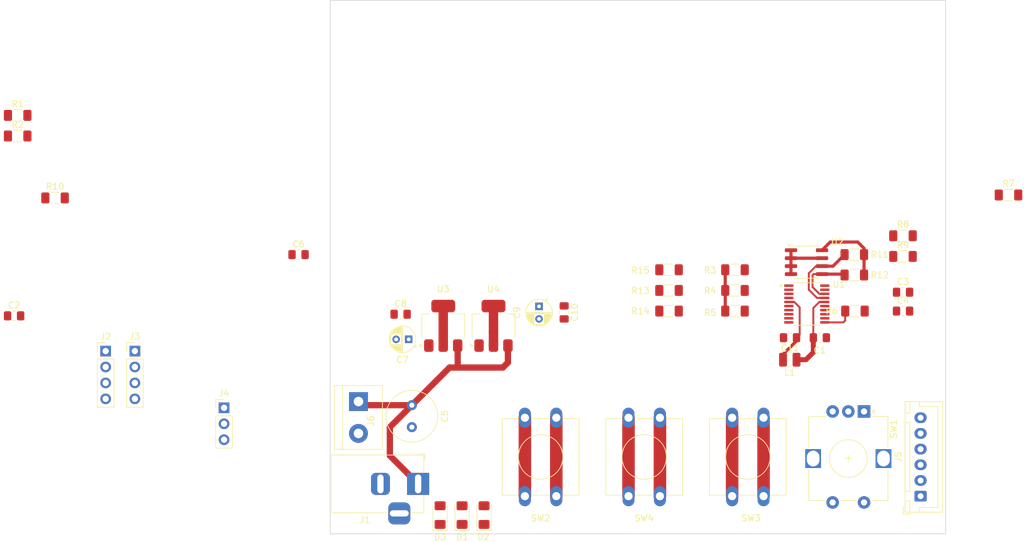
<source format=kicad_pcb>
(kicad_pcb (version 20240108) (generator "pcbnew") (generator_version "8.0")
  (layers (0 "F.Cu" signal) (31 "B.Cu" signal) (34 "B.Paste" user) (35 "F.Paste" user) (36 "B.SilkS" user "B.Silkscreen") (37 "F.SilkS" user "F.Silkscreen") (38 "B.Mask" user) (39 "F.Mask" user) (44 "Edge.Cuts" user))
  (net 0 "")
  (net 1 "GND")
  (net 2 "+3.3V")
  (net 3 "/RESET")
  (net 4 "/ENC_A")
  (net 5 "/ENC_B")
  (net 6 "+12V")
  (net 7 "+5V")
  (net 8 "+3.3VADC")
  (net 9 "Net-(D1-A)")
  (net 10 "Net-(D2-A)")
  (net 11 "Net-(D3-A)")
  (net 12 "/I2C_SDA")
  (net 13 "/I2C_SCL")
  (net 14 "/SWCLK")
  (net 15 "/SWDIO")
  (net 16 "/USART_TX")
  (net 17 "/USART_RX")
  (net 18 "/WOE")
  (net 19 "/~{WOE}")
  (net 20 "Net-(R1-Pad2)")
  (net 21 "Net-(R2-Pad2)")
  (net 22 "/ENC_BTN")
  (net 23 "/BTN1")
  (net 24 "/BTN2")
  (net 25 "/BTN3")
  (net 26 "Net-(U1-BOOT0)")
  (net 27 "/LED_Y")
  (footprint "Package_SO:TSSOP-20_4.4x6.5mm_P0.65mm" (layer "F.Cu") (at 225.8875 88.375)
    (property "Reference" "U1" (at 5.1125 -3.125 0) (layer "F.SilkS"))
    (property "Value" "STM32F030F4Px")
    (pad "1" smd roundrect (at -2.8625 -2.925) (size 1.475 0.4) (layers "F.Cu" "F.Paste" "F.Mask") (net 26 "Net-(U1-BOOT0)"))
    (pad "2" smd roundrect (at -2.8625 -2.275) (size 1.475 0.4) (layers "F.Cu" "F.Paste" "F.Mask") (net 27 "/LED_Y"))
    (pad "3" smd roundrect (at -2.8625 -1.625) (size 1.475 0.4) (layers "F.Cu" "F.Paste" "F.Mask") (net 19 "/~{WOE}"))
    (pad "4" smd roundrect (at -2.8625 -0.975) (size 1.475 0.4) (layers "F.Cu" "F.Paste" "F.Mask") (net 3 "/RESET"))
    (pad "5" smd roundrect (at -2.8625 -0.325) (size 1.475 0.4) (layers "F.Cu" "F.Paste" "F.Mask") (net 8 "+3.3VADC"))
    (pad "6" smd roundrect (at -2.8625 0.325) (size 1.475 0.4) (layers "F.Cu" "F.Paste" "F.Mask") (net 22 "/ENC_BTN"))
    (pad "7" smd roundrect (at -2.8625 0.975) (size 1.475 0.4) (layers "F.Cu" "F.Paste" "F.Mask") (net 23 "/BTN1"))
    (pad "8" smd roundrect (at -2.8625 1.625) (size 1.475 0.4) (layers "F.Cu" "F.Paste" "F.Mask") (net 16 "/USART_TX"))
    (pad "9" smd roundrect (at -2.8625 2.275) (size 1.475 0.4) (layers "F.Cu" "F.Paste" "F.Mask") (net 17 "/USART_RX"))
    (pad "10" smd roundrect (at -2.8625 2.925) (size 1.475 0.4) (layers "F.Cu" "F.Paste" "F.Mask") (net 24 "/BTN2"))
    (pad "11" smd roundrect (at 2.8625 2.925) (size 1.475 0.4) (layers "F.Cu" "F.Paste" "F.Mask") (net 25 "/BTN3"))
    (pad "12" smd roundrect (at 2.8625 2.275) (size 1.475 0.4) (layers "F.Cu" "F.Paste" "F.Mask") (net 4 "/ENC_A"))
    (pad "13" smd roundrect (at 2.8625 1.625) (size 1.475 0.4) (layers "F.Cu" "F.Paste" "F.Mask") (net 5 "/ENC_B"))
    (pad "14" smd roundrect (at 2.8625 0.975) (size 1.475 0.4) (layers "F.Cu" "F.Paste" "F.Mask") (net 18 "/WOE"))
    (pad "15" smd roundrect (at 2.8625 0.325) (size 1.475 0.4) (layers "F.Cu" "F.Paste" "F.Mask") (net 1 "GND"))
    (pad "16" smd roundrect (at 2.8625 -0.325) (size 1.475 0.4) (layers "F.Cu" "F.Paste" "F.Mask") (net 2 "+3.3V"))
    (pad "17" smd roundrect (at 2.8625 -0.975) (size 1.475 0.4) (layers "F.Cu" "F.Paste" "F.Mask") (net 13 "/I2C_SCL"))
    (pad "18" smd roundrect (at 2.8625 -1.625) (size 1.475 0.4) (layers "F.Cu" "F.Paste" "F.Mask") (net 12 "/I2C_SDA"))
    (pad "19" smd roundrect (at 2.8625 -2.275) (size 1.475 0.4) (layers "F.Cu" "F.Paste" "F.Mask") (net 15 "/SWDIO"))
    (pad "20" smd roundrect (at 2.8625 -2.925) (size 1.475 0.4) (layers "F.Cu" "F.Paste" "F.Mask") (net 14 "/SWCLK"))
  )
  (footprint "Button_Switch_THT:SW_PUSH-12mm" (layer "F.Cu") (at 214 119 90)
    (property "Reference" "SW3" (at -3.5 3 180) (layer "F.SilkS"))
    (property "Value" "SW_Push")
    (pad "1" thru_hole oval (at 0 0 90) (size 3.2 1.9) (drill 1.3) (layers "*.Cu" "*.Mask") (net 24 "/BTN2"))
    (pad "1" thru_hole oval (at 12.5 0 90) (size 3.2 1.9) (drill 1.3) (layers "*.Cu" "*.Mask") (net 24 "/BTN2"))
    (pad "2" thru_hole oval (at 0 5 90) (size 3.2 1.9) (drill 1.3) (layers "*.Cu" "*.Mask") (net 1 "GND"))
    (pad "2" thru_hole oval (at 12.5 5 90) (size 3.2 1.9) (drill 1.3) (layers "*.Cu" "*.Mask") (net 1 "GND"))
  )
  (footprint "Inductor_SMD:L_1008_2520Metric" (layer "F.Cu") (at 223.175 97.25 180)
    (property "Reference" "L1" (at 0 -2.05 360) (layer "F.SilkS"))
    (property "Value" "150u")
    (pad "1" smd roundrect (at -1.075 0 180) (size 1.25 2.2) (layers "F.Cu" "F.Paste" "F.Mask") (roundrect_rratio 0.2) (net 2 "+3.3V"))
    (pad "2" smd roundrect (at 1.075 0 180) (size 1.25 2.2) (layers "F.Cu" "F.Paste" "F.Mask") (roundrect_rratio 0.2) (net 8 "+3.3VADC"))
  )
  (footprint "Rotary_Encoder:RotaryEncoder_Alps_EC12E-Switch_Vertical_H20mm" (layer "F.Cu") (at 235 105.5 -90)
    (property "Reference" "SW1" (at 2.8 -4.7 90) (layer "F.SilkS"))
    (property "Value" "~")
    (pad "A" thru_hole rect (at 0 0 270) (size 2 2) (drill 1) (layers "*.Cu" "*.Mask") (net 20 "Net-(R1-Pad2)"))
    (pad "B" thru_hole circle (at 0 5 270) (size 2 2) (drill 1) (layers "*.Cu" "*.Mask") (net 21 "Net-(R2-Pad2)"))
    (pad "C" thru_hole circle (at 0 2.5 270) (size 2 2) (drill 1) (layers "*.Cu" "*.Mask") (net 1 "GND"))
    (pad "MP" thru_hole rect (at 7.5 -3.1 270) (size 3 2.5) (drill oval 2.5 2) (layers "*.Cu" "*.Mask"))
    (pad "MP" thru_hole rect (at 7.5 8.1 270) (size 3 2.5) (drill oval 2.5 2) (layers "*.Cu" "*.Mask"))
    (pad "S1" thru_hole circle (at 14.5 0 270) (size 2 2) (drill 1) (layers "*.Cu" "*.Mask") (net 22 "/ENC_BTN"))
    (pad "S2" thru_hole circle (at 14.5 5 270) (size 2 2) (drill 1) (layers "*.Cu" "*.Mask") (net 1 "GND"))
  )
  (footprint "Resistor_SMD:R_1206_3216Metric_Pad1.30x1.75mm_HandSolder" (layer "F.Cu") (at 106.19 71.47)
    (property "Reference" "R10" (at 0 -1.82 0) (layer "F.SilkS"))
    (property "Value" "10k")
    (pad "1" smd roundrect (at -1.55 0) (size 1.3 1.75) (layers "F.Cu" "F.Paste" "F.Mask") (roundrect_rratio 0.192308) (net 26 "Net-(U1-BOOT0)"))
    (pad "2" smd roundrect (at 1.55 0) (size 1.3 1.75) (layers "F.Cu" "F.Paste" "F.Mask") (roundrect_rratio 0.192308) (net 1 "GND"))
  )
  (footprint "Capacitor_SMD:C_0805_2012Metric_Pad1.18x1.45mm_HandSolder" (layer "F.Cu") (at 241.2125 89.5)
    (property "Reference" "C4" (at 0 -1.68 0) (layer "F.SilkS"))
    (property "Value" "0.47u")
    (pad "1" smd roundrect (at -1.0375 0) (size 1.175 1.45) (layers "F.Cu" "F.Paste" "F.Mask") (roundrect_rratio 0.212766) (net 5 "/ENC_B"))
    (pad "2" smd roundrect (at 1.0375 0) (size 1.175 1.45) (layers "F.Cu" "F.Paste" "F.Mask") (roundrect_rratio 0.212766) (net 1 "GND"))
  )
  (footprint "Capacitor_THT:CP_Radial_D4.0mm_P2.00mm" (layer "F.Cu") (at 183.25 88.75 -90)
    (property "Reference" "C9" (at 1 3.5 90) (layer "F.SilkS"))
    (property "Value" "100u")
    (pad "1" thru_hole rect (at 0 0 270) (size 1.2 1.2) (drill 0.6) (layers "*.Cu" "*.Mask") (net 2 "+3.3V"))
    (pad "2" thru_hole circle (at 2 0 270) (size 1.2 1.2) (drill 0.6) (layers "*.Cu" "*.Mask") (net 1 "GND"))
  )
  (footprint "Capacitor_SMD:C_0805_2012Metric_Pad1.18x1.45mm_HandSolder" (layer "F.Cu") (at 223.2125 93.75 180)
    (property "Reference" "C11" (at 0 -1.68 360) (layer "F.SilkS"))
    (property "Value" "0.1u")
    (pad "1" smd roundrect (at -1.0375 0 180) (size 1.175 1.45) (layers "F.Cu" "F.Paste" "F.Mask") (roundrect_rratio 0.212766) (net 8 "+3.3VADC"))
    (pad "2" smd roundrect (at 1.0375 0 180) (size 1.175 1.45) (layers "F.Cu" "F.Paste" "F.Mask") (roundrect_rratio 0.212766) (net 1 "GND"))
  )
  (footprint "Connector_BarrelJack:BarrelJack_Horizontal" (layer "F.Cu") (at 164 117.0425)
    (property "Reference" "J1" (at -8.45 5.75 0) (layer "F.SilkS"))
    (property "Value" "Supply")
    (pad "1" thru_hole rect (at 0 0) (size 3.5 3.5) (drill oval 1 3) (layers "*.Cu" "*.Mask") (net 6 "+12V"))
    (pad "2" thru_hole roundrect (at -6 0) (size 3 3.5) (drill oval 1 3) (layers "*.Cu" "*.Mask") (net 1 "GND"))
    (pad "3" thru_hole roundrect (at -3 4.7) (size 3.5 3.5) (drill oval 3 1) (layers "*.Cu" "*.Mask"))
  )
  (footprint "Capacitor_SMD:C_0805_2012Metric_Pad1.18x1.45mm_HandSolder" (layer "F.Cu") (at 241.2125 86.49)
    (property "Reference" "C3" (at 0 -1.68 0) (layer "F.SilkS"))
    (property "Value" "0.47u")
    (pad "1" smd roundrect (at -1.0375 0) (size 1.175 1.45) (layers "F.Cu" "F.Paste" "F.Mask") (roundrect_rratio 0.212766) (net 4 "/ENC_A"))
    (pad "2" smd roundrect (at 1.0375 0) (size 1.175 1.45) (layers "F.Cu" "F.Paste" "F.Mask") (roundrect_rratio 0.212766) (net 1 "GND"))
  )
  (footprint "Resistor_SMD:R_1206_3216Metric_Pad1.30x1.75mm_HandSolder" (layer "F.Cu") (at 214.45 86.21)
    (property "Reference" "R4" (at -3.95 0.04 0) (layer "F.SilkS"))
    (property "Value" "10k")
    (pad "1" smd roundrect (at -1.55 0) (size 1.3 1.75) (layers "F.Cu" "F.Paste" "F.Mask") (roundrect_rratio 0.192308) (net 2 "+3.3V"))
    (pad "2" smd roundrect (at 1.55 0) (size 1.3 1.75) (layers "F.Cu" "F.Paste" "F.Mask") (roundrect_rratio 0.192308) (net 23 "/BTN1"))
  )
  (footprint "Resistor_SMD:R_1206_3216Metric_Pad1.30x1.75mm_HandSolder" (layer "F.Cu") (at 214.45 82.92)
    (property "Reference" "R3" (at -3.95 0.08 0) (layer "F.SilkS"))
    (property "Value" "10k")
    (pad "1" smd roundrect (at -1.55 0) (size 1.3 1.75) (layers "F.Cu" "F.Paste" "F.Mask") (roundrect_rratio 0.192308) (net 2 "+3.3V"))
    (pad "2" smd roundrect (at 1.55 0) (size 1.3 1.75) (layers "F.Cu" "F.Paste" "F.Mask") (roundrect_rratio 0.192308) (net 22 "/ENC_BTN"))
  )
  (footprint "Resistor_SMD:R_1206_3216Metric_Pad1.30x1.75mm_HandSolder" (layer "F.Cu") (at 241.2 77.5)
    (property "Reference" "R8" (at 0 -1.82 0) (layer "F.SilkS"))
    (property "Value" "1k")
    (pad "1" smd roundrect (at -1.55 0) (size 1.3 1.75) (layers "F.Cu" "F.Paste" "F.Mask") (roundrect_rratio 0.192308) (net 20 "Net-(R1-Pad2)"))
    (pad "2" smd roundrect (at 1.55 0) (size 1.3 1.75) (layers "F.Cu" "F.Paste" "F.Mask") (roundrect_rratio 0.192308) (net 4 "/ENC_A"))
  )
  (footprint "Capacitor_THT:C_Radial_D8.0mm_H7.0mm_P3.50mm" (layer "F.Cu") (at 163 104.5 -90)
    (property "Reference" "C5" (at 1.75 -5.25 90) (layer "F.SilkS"))
    (property "Value" "470u")
    (pad "1" thru_hole circle (at 0 0 270) (size 1.6 1.6) (drill 0.8) (layers "*.Cu" "*.Mask") (net 6 "+12V"))
    (pad "2" thru_hole circle (at 3.5 0 270) (size 1.6 1.6) (drill 0.8) (layers "*.Cu" "*.Mask") (net 1 "GND"))
  )
  (footprint "Resistor_SMD:R_1206_3216Metric_Pad1.30x1.75mm_HandSolder" (layer "F.Cu") (at 258 71)
    (property "Reference" "R7" (at 0 -1.82 0) (layer "F.SilkS"))
    (property "Value" "10k")
    (pad "1" smd roundrect (at -1.55 0) (size 1.3 1.75) (layers "F.Cu" "F.Paste" "F.Mask") (roundrect_rratio 0.192308) (net 2 "+3.3V"))
    (pad "2" smd roundrect (at 1.55 0) (size 1.3 1.75) (layers "F.Cu" "F.Paste" "F.Mask") (roundrect_rratio 0.192308) (net 3 "/RESET"))
  )
  (footprint "Connector_PinHeader_2.54mm:PinHeader_1x04_P2.54mm_Vertical" (layer "F.Cu") (at 118.9 95.87)
    (property "Reference" "J3" (at 0 -2.33 0) (layer "F.SilkS"))
    (property "Value" "SWD")
    (pad "1" thru_hole rect (at 0 0) (size 1.7 1.7) (drill 1) (layers "*.Cu" "*.Mask") (net 3 "/RESET"))
    (pad "2" thru_hole oval (at 0 2.54) (size 1.7 1.7) (drill 1) (layers "*.Cu" "*.Mask") (net 15 "/SWDIO"))
    (pad "3" thru_hole oval (at 0 5.08) (size 1.7 1.7) (drill 1) (layers "*.Cu" "*.Mask") (net 14 "/SWCLK"))
    (pad "4" thru_hole oval (at 0 7.62) (size 1.7 1.7) (drill 1) (layers "*.Cu" "*.Mask") (net 1 "GND"))
  )
  (footprint "Connector_PinHeader_2.54mm:PinHeader_1x04_P2.54mm_Vertical" (layer "F.Cu") (at 114.25 95.87)
    (property "Reference" "J2" (at 0 -2.33 0) (layer "F.SilkS"))
    (property "Value" "LCD")
    (pad "1" thru_hole rect (at 0 0) (size 1.7 1.7) (drill 1) (layers "*.Cu" "*.Mask") (net 1 "GND"))
    (pad "2" thru_hole oval (at 0 2.54) (size 1.7 1.7) (drill 1) (layers "*.Cu" "*.Mask") (net 7 "+5V"))
    (pad "3" thru_hole oval (at 0 5.08) (size 1.7 1.7) (drill 1) (layers "*.Cu" "*.Mask") (net 12 "/I2C_SDA"))
    (pad "4" thru_hole oval (at 0 7.62) (size 1.7 1.7) (drill 1) (layers "*.Cu" "*.Mask") (net 13 "/I2C_SCL"))
  )
  (footprint "Capacitor_SMD:C_0805_2012Metric_Pad1.18x1.45mm_HandSolder" (layer "F.Cu") (at 99.67 90.26)
    (property "Reference" "C2" (at 0 -1.68 0) (layer "F.SilkS"))
    (property "Value" "0.47u")
    (pad "1" smd roundrect (at -1.0375 0) (size 1.175 1.45) (layers "F.Cu" "F.Paste" "F.Mask") (roundrect_rratio 0.212766) (net 3 "/RESET"))
    (pad "2" smd roundrect (at 1.0375 0) (size 1.175 1.45) (layers "F.Cu" "F.Paste" "F.Mask") (roundrect_rratio 0.212766) (net 1 "GND"))
  )
  (footprint "Capacitor_SMD:C_0805_2012Metric_Pad1.18x1.45mm_HandSolder" (layer "F.Cu") (at 227.9625 93.75)
    (property "Reference" "C1" (at 0 2 360) (layer "F.SilkS"))
    (property "Value" "0.1u")
    (pad "1" smd roundrect (at -1.0375 0) (size 1.175 1.45) (layers "F.Cu" "F.Paste" "F.Mask") (roundrect_rratio 0.212766) (net 2 "+3.3V"))
    (pad "2" smd roundrect (at 1.0375 0) (size 1.175 1.45) (layers "F.Cu" "F.Paste" "F.Mask") (roundrect_rratio 0.212766) (net 1 "GND"))
  )
  (footprint "Capacitor_THT:CP_Radial_D4.0mm_P2.00mm" (layer "F.Cu") (at 162.5 94 180)
    (property "Reference" "C7" (at 1 -3.25 360) (layer "F.SilkS"))
    (property "Value" "100u")
    (pad "1" thru_hole rect (at 0 0 180) (size 1.2 1.2) (drill 0.6) (layers "*.Cu" "*.Mask") (net 7 "+5V"))
    (pad "2" thru_hole circle (at 2 0 180) (size 1.2 1.2) (drill 0.6) (layers "*.Cu" "*.Mask") (net 1 "GND"))
  )
  (footprint "Connector_PinHeader_2.54mm:PinHeader_1x03_P2.54mm_Vertical" (layer "F.Cu") (at 133.1 104.92)
    (property "Reference" "J4" (at 0 -2.33 0) (layer "F.SilkS"))
    (property "Value" "USART")
    (pad "1" thru_hole rect (at 0 0) (size 1.7 1.7) (drill 1) (layers "*.Cu" "*.Mask") (net 16 "/USART_TX"))
    (pad "2" thru_hole oval (at 0 2.54) (size 1.7 1.7) (drill 1) (layers "*.Cu" "*.Mask") (net 17 "/USART_RX"))
    (pad "3" thru_hole oval (at 0 5.08) (size 1.7 1.7) (drill 1) (layers "*.Cu" "*.Mask") (net 1 "GND"))
  )
  (footprint "Capacitor_SMD:C_0805_2012Metric_Pad1.18x1.45mm_HandSolder" (layer "F.Cu") (at 187.25 89.7125 -90)
    (property "Reference" "C10" (at 0 -1.68 90) (layer "F.SilkS"))
    (property "Value" "0.1u")
    (pad "1" smd roundrect (at -1.0375 0 270) (size 1.175 1.45) (layers "F.Cu" "F.Paste" "F.Mask") (roundrect_rratio 0.212766) (net 2 "+3.3V"))
    (pad "2" smd roundrect (at 1.0375 0 270) (size 1.175 1.45) (layers "F.Cu" "F.Paste" "F.Mask") (roundrect_rratio 0.212766) (net 1 "GND"))
  )
  (footprint "Resistor_SMD:R_1206_3216Metric_Pad1.30x1.75mm_HandSolder" (layer "F.Cu") (at 100.24 58.31)
    (property "Reference" "R1" (at 0 -1.82 0) (layer "F.SilkS"))
    (property "Value" "10k")
    (pad "1" smd roundrect (at -1.55 0) (size 1.3 1.75) (layers "F.Cu" "F.Paste" "F.Mask") (roundrect_rratio 0.192308) (net 2 "+3.3V"))
    (pad "2" smd roundrect (at 1.55 0) (size 1.3 1.75) (layers "F.Cu" "F.Paste" "F.Mask") (roundrect_rratio 0.192308) (net 20 "Net-(R1-Pad2)"))
  )
  (footprint "Resistor_SMD:R_1206_3216Metric_Pad1.30x1.75mm_HandSolder" (layer "F.Cu") (at 203.95 89.499999 180)
    (property "Reference" "R14" (at 4.55 -0.000001 360) (layer "F.SilkS"))
    (property "Value" "220")
    (pad "1" smd roundrect (at -1.55 0 180) (size 1.3 1.75) (layers "F.Cu" "F.Paste" "F.Mask") (roundrect_rratio 0.192308) (net 14 "/SWCLK"))
    (pad "2" smd roundrect (at 1.55 0 180) (size 1.3 1.75) (layers "F.Cu" "F.Paste" "F.Mask") (roundrect_rratio 0.192308) (net 10 "Net-(D2-A)"))
  )
  (footprint "Resistor_SMD:R_1206_3216Metric_Pad1.30x1.75mm_HandSolder" (layer "F.Cu") (at 233.45 80.5)
    (property "Reference" "R11" (at 4.05 0 0) (layer "F.SilkS"))
    (property "Value" "4.7k")
    (pad "1" smd roundrect (at -1.55 0) (size 1.3 1.75) (layers "F.Cu" "F.Paste" "F.Mask") (roundrect_rratio 0.192308) (net 13 "/I2C_SCL"))
    (pad "2" smd roundrect (at 1.55 0) (size 1.3 1.75) (layers "F.Cu" "F.Paste" "F.Mask") (roundrect_rratio 0.192308) (net 7 "+5V"))
  )
  (footprint "Resistor_SMD:R_1206_3216Metric_Pad1.30x1.75mm_HandSolder" (layer "F.Cu") (at 233.45 83.75)
    (property "Reference" "R12" (at 4.05 0 0) (layer "F.SilkS"))
    (property "Value" "4.7k")
    (pad "1" smd roundrect (at -1.55 0) (size 1.3 1.75) (layers "F.Cu" "F.Paste" "F.Mask") (roundrect_rratio 0.192308) (net 12 "/I2C_SDA"))
    (pad "2" smd roundrect (at 1.55 0) (size 1.3 1.75) (layers "F.Cu" "F.Paste" "F.Mask") (roundrect_rratio 0.192308) (net 7 "+5V"))
  )
  (footprint "Button_Switch_THT:SW_PUSH-12mm" (layer "F.Cu") (at 181 119 90)
    (property "Reference" "SW2" (at -3.5 2.5 180) (layer "F.SilkS"))
    (property "Value" "SW_Push")
    (pad "1" thru_hole oval (at 0 0 90) (size 3.2 1.9) (drill 1.3) (layers "*.Cu" "*.Mask") (net 23 "/BTN1"))
    (pad "1" thru_hole oval (at 12.5 0 90) (size 3.2 1.9) (drill 1.3) (layers "*.Cu" "*.Mask") (net 23 "/BTN1"))
    (pad "2" thru_hole oval (at 0 5 90) (size 3.2 1.9) (drill 1.3) (layers "*.Cu" "*.Mask") (net 1 "GND"))
    (pad "2" thru_hole oval (at 12.5 5 90) (size 3.2 1.9) (drill 1.3) (layers "*.Cu" "*.Mask") (net 1 "GND"))
  )
  (footprint "Button_Switch_THT:SW_PUSH-12mm" (layer "F.Cu") (at 197.5 119 90)
    (property "Reference" "SW4" (at -3.5 2.5 180) (layer "F.SilkS"))
    (property "Value" "SW_Push")
    (pad "1" thru_hole oval (at 0 0 90) (size 3.2 1.9) (drill 1.3) (layers "*.Cu" "*.Mask") (net 25 "/BTN3"))
    (pad "1" thru_hole oval (at 12.5 0 90) (size 3.2 1.9) (drill 1.3) (layers "*.Cu" "*.Mask") (net 25 "/BTN3"))
    (pad "2" thru_hole oval (at 0 5 90) (size 3.2 1.9) (drill 1.3) (layers "*.Cu" "*.Mask") (net 1 "GND"))
    (pad "2" thru_hole oval (at 12.5 5 90) (size 3.2 1.9) (drill 1.3) (layers "*.Cu" "*.Mask") (net 1 "GND"))
  )
  (footprint "Package_TO_SOT_SMD:SOT-223-3_TabPin2" (layer "F.Cu") (at 168 91.85 90)
    (property "Reference" "U3" (at 5.85 0 180) (layer "F.SilkS"))
    (property "Value" "AMS1117-5.0")
    (pad "1" smd roundrect (at -3.15 -2.3 90) (size 2 1.5) (layers "F.Cu" "F.Paste" "F.Mask") (net 1 "GND"))
    (pad "2" smd roundrect (at -3.15 0 90) (size 2 1.5) (layers "F.Cu" "F.Paste" "F.Mask") (net 7 "+5V"))
    (pad "2" smd roundrect (at 3.15 0 90) (size 2 3.8) (layers "F.Cu" "F.Paste" "F.Mask") (net 7 "+5V"))
    (pad "3" smd roundrect (at -3.15 2.3 90) (size 2 1.5) (layers "F.Cu" "F.Paste" "F.Mask") (net 6 "+12V"))
  )
  (footprint "TerminalBlock:TerminalBlock_bornier-2_P5.08mm" (layer "F.Cu") (at 154.5 103.92 -90)
    (property "Reference" "J6" (at 3.08 -2 90) (layer "F.SilkS"))
    (property "Value" "Supply")
    (pad "1" thru_hole rect (at 0 0 270) (size 3 3) (drill 1.52) (layers "*.Cu" "*.Mask") (net 6 "+12V"))
    (pad "2" thru_hole circle (at 5.08 0 270) (size 3 3) (drill 1.52) (layers "*.Cu" "*.Mask") (net 1 "GND"))
  )
  (footprint "LED_SMD:LED_1206_3216Metric_Pad1.42x1.75mm_HandSolder" (layer "F.Cu") (at 171 122.0125 90)
    (property "Reference" "D1" (at -3.4875 0.03 180) (layer "F.SilkS"))
    (property "Value" "LG")
    (pad "1" smd roundrect (at -1.4875 0 90) (size 1.425 1.75) (layers "F.Cu" "F.Paste" "F.Mask") (roundrect_rratio 0.175439) (net 1 "GND"))
    (pad "2" smd roundrect (at 1.4875 0 90) (size 1.425 1.75) (layers "F.Cu" "F.Paste" "F.Mask") (roundrect_rratio 0.175439) (net 9 "Net-(D1-A)"))
  )
  (footprint "LED_SMD:LED_1206_3216Metric_Pad1.42x1.75mm_HandSolder" (layer "F.Cu") (at 167.5 122.0125 90)
    (property "Reference" "D3" (at -3.4875 0 180) (layer "F.SilkS"))
    (property "Value" "LY")
    (pad "1" smd roundrect (at -1.4875 0 90) (size 1.425 1.75) (layers "F.Cu" "F.Paste" "F.Mask") (roundrect_rratio 0.175439) (net 1 "GND"))
    (pad "2" smd roundrect (at 1.4875 0 90) (size 1.425 1.75) (layers "F.Cu" "F.Paste" "F.Mask") (roundrect_rratio 0.175439) (net 11 "Net-(D3-A)"))
  )
  (footprint "Resistor_SMD:R_1206_3216Metric_Pad1.30x1.75mm_HandSolder" (layer "F.Cu") (at 233.55 89.5 180)
    (property "Reference" "R6" (at 3.7 0 360) (layer "F.SilkS"))
    (property "Value" "10k")
    (pad "1" smd roundrect (at -1.55 0 180) (size 1.3 1.75) (layers "F.Cu" "F.Paste" "F.Mask") (roundrect_rratio 0.192308) (net 2 "+3.3V"))
    (pad "2" smd roundrect (at 1.55 0 180) (size 1.3 1.75) (layers "F.Cu" "F.Paste" "F.Mask") (roundrect_rratio 0.192308) (net 25 "/BTN3"))
  )
  (footprint "Capacitor_SMD:C_0805_2012Metric_Pad1.18x1.45mm_HandSolder" (layer "F.Cu") (at 161.2125 90)
    (property "Reference" "C8" (at 0 -1.68 0) (layer "F.SilkS"))
    (property "Value" "0.1u")
    (pad "1" smd roundrect (at -1.0375 0) (size 1.175 1.45) (layers "F.Cu" "F.Paste" "F.Mask") (roundrect_rratio 0.212766) (net 7 "+5V"))
    (pad "2" smd roundrect (at 1.0375 0) (size 1.175 1.45) (layers "F.Cu" "F.Paste" "F.Mask") (roundrect_rratio 0.212766) (net 1 "GND"))
  )
  (footprint "Connector_JST:JST_XH_B6B-XH-A_1x06_P2.50mm_Vertical" (layer "F.Cu") (at 244 119 90)
    (property "Reference" "J5" (at 6.25 -3.55 90) (layer "F.SilkS"))
    (property "Value" "Module")
    (pad "1" thru_hole roundrect (at 0 0 90) (size 1.7 1.95) (drill 0.95) (layers "*.Cu" "*.Mask") (roundrect_rratio 0.147059) (net 6 "+12V"))
    (pad "2" thru_hole oval (at 2.5 0 90) (size 1.7 1.95) (drill 0.95) (layers "*.Cu" "*.Mask") (net 13 "/I2C_SCL"))
    (pad "3" thru_hole oval (at 5 0 90) (size 1.7 1.95) (drill 0.95) (layers "*.Cu" "*.Mask") (net 12 "/I2C_SDA"))
    (pad "4" thru_hole oval (at 7.5 0 90) (size 1.7 1.95) (drill 0.95) (layers "*.Cu" "*.Mask") (net 19 "/~{WOE}"))
    (pad "5" thru_hole oval (at 10 0 90) (size 1.7 1.95) (drill 0.95) (layers "*.Cu" "*.Mask") (net 18 "/WOE"))
    (pad "6" thru_hole oval (at 12.5 0 90) (size 1.7 1.95) (drill 0.95) (layers "*.Cu" "*.Mask") (net 1 "GND"))
  )
  (footprint "Capacitor_SMD:C_0805_2012Metric_Pad1.18x1.45mm_HandSolder" (layer "F.Cu") (at 144.9625 80.5)
    (property "Reference" "C6" (at 0 -1.68 0) (layer "F.SilkS"))
    (property "Value" "0.1u")
    (pad "1" smd roundrect (at -1.0375 0) (size 1.175 1.45) (layers "F.Cu" "F.Paste" "F.Mask") (roundrect_rratio 0.212766) (net 6 "+12V"))
    (pad "2" smd roundrect (at 1.0375 0) (size 1.175 1.45) (layers "F.Cu" "F.Paste" "F.Mask") (roundrect_rratio 0.212766) (net 1 "GND"))
  )
  (footprint "Resistor_SMD:R_1206_3216Metric_Pad1.30x1.75mm_HandSolder" (layer "F.Cu") (at 214.45 89.499999)
    (property "Reference" "R5" (at -3.95 0.250001 0) (layer "F.SilkS"))
    (property "Value" "10k")
    (pad "1" smd roundrect (at -1.55 0) (size 1.3 1.75) (layers "F.Cu" "F.Paste" "F.Mask") (roundrect_rratio 0.192308) (net 2 "+3.3V"))
    (pad "2" smd roundrect (at 1.55 0) (size 1.3 1.75) (layers "F.Cu" "F.Paste" "F.Mask") (roundrect_rratio 0.192308) (net 24 "/BTN2"))
  )
  (footprint "Package_TO_SOT_SMD:SOT-223-3_TabPin2" (layer "F.Cu") (at 176 91.85 90)
    (property "Reference" "U4" (at 5.85 0 180) (layer "F.SilkS"))
    (property "Value" "AMS1117-3.3")
    (pad "1" smd roundrect (at -3.15 -2.3 90) (size 2 1.5) (layers "F.Cu" "F.Paste" "F.Mask") (net 1 "GND"))
    (pad "2" smd roundrect (at -3.15 0 90) (size 2 1.5) (layers "F.Cu" "F.Paste" "F.Mask") (net 2 "+3.3V"))
    (pad "2" smd roundrect (at 3.15 0 90) (size 2 3.8) (layers "F.Cu" "F.Paste" "F.Mask") (net 2 "+3.3V"))
    (pad "3" smd roundrect (at -3.15 2.3 90) (size 2 1.5) (layers "F.Cu" "F.Paste" "F.Mask") (net 6 "+12V"))
  )
  (footprint "Package_SO:SOIC-8_3.9x4.9mm_P1.27mm" (layer "F.Cu") (at 225.8375 81.705)
    (property "Reference" "U2" (at 4.9125 -3.205 0) (layer "F.SilkS"))
    (property "Value" "AT24C32")
    (pad "1" smd roundrect (at -2.475 -1.905) (size 1.95 0.6) (layers "F.Cu" "F.Paste" "F.Mask") (net 1 "GND"))
    (pad "2" smd roundrect (at -2.475 -0.635) (size 1.95 0.6) (layers "F.Cu" "F.Paste" "F.Mask") (net 1 "GND"))
    (pad "3" smd roundrect (at -2.475 0.635) (size 1.95 0.6) (layers "F.Cu" "F.Paste" "F.Mask") (net 1 "GND"))
    (pad "4" smd roundrect (at -2.475 1.905) (size 1.95 0.6) (layers "F.Cu" "F.Paste" "F.Mask") (net 1 "GND"))
    (pad "5" smd roundrect (at 2.475 1.905) (size 1.95 0.6) (layers "F.Cu" "F.Paste" "F.Mask") (net 12 "/I2C_SDA"))
    (pad "6" smd roundrect (at 2.475 0.635) (size 1.95 0.6) (layers "F.Cu" "F.Paste" "F.Mask") (net 13 "/I2C_SCL"))
    (pad "7" smd roundrect (at 2.475 -0.635) (size 1.95 0.6) (layers "F.Cu" "F.Paste" "F.Mask") (net 1 "GND"))
    (pad "8" smd roundrect (at 2.475 -1.905) (size 1.95 0.6) (layers "F.Cu" "F.Paste" "F.Mask") (net 7 "+5V"))
  )
  (footprint "Resistor_SMD:R_1206_3216Metric_Pad1.30x1.75mm_HandSolder" (layer "F.Cu") (at 203.95 86.21 180)
    (property "Reference" "R13" (at 4.55 -0.04 360) (layer "F.SilkS"))
    (property "Value" "220")
    (pad "1" smd roundrect (at -1.55 0 180) (size 1.3 1.75) (layers "F.Cu" "F.Paste" "F.Mask") (roundrect_rratio 0.192308) (net 15 "/SWDIO"))
    (pad "2" smd roundrect (at 1.55 0 180) (size 1.3 1.75) (layers "F.Cu" "F.Paste" "F.Mask") (roundrect_rratio 0.192308) (net 9 "Net-(D1-A)"))
  )
  (footprint "LED_SMD:LED_1206_3216Metric_Pad1.42x1.75mm_HandSolder" (layer "F.Cu") (at 174.5 122.0125 90)
    (property "Reference" "D2" (at -3.4875 -0.11 180) (layer "F.SilkS"))
    (property "Value" "LR")
    (pad "1" smd roundrect (at -1.4875 0 90) (size 1.425 1.75) (layers "F.Cu" "F.Paste" "F.Mask") (roundrect_rratio 0.175439) (net 1 "GND"))
    (pad "2" smd roundrect (at 1.4875 0 90) (size 1.425 1.75) (layers "F.Cu" "F.Paste" "F.Mask") (roundrect_rratio 0.175439) (net 10 "Net-(D2-A)"))
  )
  (footprint "Resistor_SMD:R_1206_3216Metric_Pad1.30x1.75mm_HandSolder" (layer "F.Cu") (at 203.95 82.92 180)
    (property "Reference" "R15" (at 4.55 -0.08 360) (layer "F.SilkS"))
    (property "Value" "220")
    (pad "1" smd roundrect (at -1.55 0 180) (size 1.3 1.75) (layers "F.Cu" "F.Paste" "F.Mask") (roundrect_rratio 0.192308) (net 27 "/LED_Y"))
    (pad "2" smd roundrect (at 1.55 0 180) (size 1.3 1.75) (layers "F.Cu" "F.Paste" "F.Mask") (roundrect_rratio 0.192308) (net 11 "Net-(D3-A)"))
  )
  (footprint "Resistor_SMD:R_1206_3216Metric_Pad1.30x1.75mm_HandSolder" (layer "F.Cu") (at 100.24 61.6)
    (property "Reference" "R2" (at 0 -1.82 0) (layer "F.SilkS"))
    (property "Value" "10k")
    (pad "1" smd roundrect (at -1.55 0) (size 1.3 1.75) (layers "F.Cu" "F.Paste" "F.Mask") (roundrect_rratio 0.192308) (net 2 "+3.3V"))
    (pad "2" smd roundrect (at 1.55 0) (size 1.3 1.75) (layers "F.Cu" "F.Paste" "F.Mask") (roundrect_rratio 0.192308) (net 21 "Net-(R2-Pad2)"))
  )
  (footprint "Resistor_SMD:R_1206_3216Metric_Pad1.30x1.75mm_HandSolder" (layer "F.Cu") (at 241.2 80.79)
    (property "Reference" "R9" (at 0 -1.82 0) (layer "F.SilkS"))
    (property "Value" "1k")
    (pad "1" smd roundrect (at -1.55 0) (size 1.3 1.75) (layers "F.Cu" "F.Paste" "F.Mask") (roundrect_rratio 0.192308) (net 21 "Net-(R2-Pad2)"))
    (pad "2" smd roundrect (at 1.55 0) (size 1.3 1.75) (layers "F.Cu" "F.Paste" "F.Mask") (roundrect_rratio 0.192308) (net 5 "/ENC_B"))
  )
  (gr_line (start 248 125) (end 248 40) (stroke (width 0.1)) (layer "Edge.Cuts"))
  (gr_line (start 150 125) (end 248 125) (stroke (width 0.1)) (layer "Edge.Cuts"))
  (gr_line (start 248 40) (end 150 40) (stroke (width 0.1)) (layer "Edge.Cuts"))
  (gr_line (start 150 40) (end 150 125) (stroke (width 0.1)) (layer "Edge.Cuts"))
  (segment (start 202.5 106.5) (end 202.5 119) (width 2) (layer "F.Cu") (net 1))
  (segment (start 219 106.5) (end 219 119) (width 2) (layer "F.Cu") (net 1))
  (segment (start 223.3625 79.8) (end 223.3625 83.61) (width 0.5) (layer "F.Cu") (net 1))
  (segment (start 186 106.5) (end 186 119) (width 2) (layer "F.Cu") (net 1))
  (segment (start 228.3125 81.07) (end 223.3625 81.07) (width 0.5) (layer "F.Cu") (net 1))
  (segment (start 187.175 88.75) (end 187.25 88.675) (width 1) (layer "F.Cu") (net 2))
  (segment (start 227.881912 88.05) (end 226.925 89.006912) (width 0.3) (layer "F.Cu") (net 2))
  (segment (start 225.75 97.25) (end 226.925 96.075) (width 0.8) (layer "F.Cu") (net 2))
  (segment (start 176 92.75) (end 176 95) (width 1.5) (layer "F.Cu") (net 2))
  (segment (start 228.75 88.05) (end 227.881912 88.05) (width 0.3) (layer "F.Cu") (net 2))
  (segment (start 226.925 89.006912) (end 226.925 93.75) (width 0.3) (layer "F.Cu") (net 2))
  (segment (start 212.9 82.92) (end 212.9 89.5) (width 0.5) (layer "F.Cu") (net 2))
  (segment (start 224.25 97.25) (end 225.75 97.25) (width 0.8) (layer "F.Cu") (net 2))
  (segment (start 176 88.7) (end 176 92.75) (width 1.5) (layer "F.Cu") (net 2))
  (segment (start 226.925 96.075) (end 226.925 93.75) (width 0.8) (layer "F.Cu") (net 2))
  (segment (start 159.5 112.5425) (end 159.5 108) (width 1) (layer "F.Cu") (net 6))
  (segment (start 170.3 95) (end 170.3 98.3) (width 1) (layer "F.Cu") (net 6))
  (segment (start 177.5 98.5) (end 178.3 97.7) (width 1) (layer "F.Cu") (net 6))
  (segment (start 159.5 108) (end 163 104.5) (width 1) (layer "F.Cu") (net 6))
  (segment (start 164 117.0425) (end 159.5 112.5425) (width 1) (layer "F.Cu") (net 6))
  (segment (start 169 98.5) (end 170.5 98.5) (width 1) (layer "F.Cu") (net 6))
  (segment (start 170.5 98.5) (end 177.5 98.5) (width 1) (layer "F.Cu") (net 6))
  (segment (start 178.3 97.7) (end 178.3 95) (width 1) (layer "F.Cu") (net 6))
  (segment (start 154.5 103.92) (end 155.08 104.5) (width 1) (layer "F.Cu") (net 6))
  (segment (start 163 104.5) (end 169 98.5) (width 1) (layer "F.Cu") (net 6))
  (segment (start 170.3 98.3) (end 170.5 98.5) (width 1) (layer "F.Cu") (net 6))
  (segment (start 155.08 104.5) (end 163 104.5) (width 1) (layer "F.Cu") (net 6))
  (segment (start 168 88.7) (end 168 92.75) (width 1.5) (layer "F.Cu") (net 7))
  (segment (start 228.3125 79.8) (end 229.6125 78.5) (width 0.5) (layer "F.Cu") (net 7))
  (segment (start 235 80.5) (end 235 83.75) (width 0.5) (layer "F.Cu") (net 7))
  (segment (start 235 79.5) (end 235 80.5) (width 0.5) (layer "F.Cu") (net 7))
  (segment (start 229.6125 78.5) (end 234 78.5) (width 0.5) (layer "F.Cu") (net 7))
  (segment (start 234 78.5) (end 235 79.5) (width 0.5) (layer "F.Cu") (net 7))
  (segment (start 168 92.75) (end 168 95) (width 1.5) (layer "F.Cu") (net 7))
  (segment (start 223.893088 88.05) (end 223.025 88.05) (width 0.3) (layer "F.Cu") (net 8))
  (segment (start 224.25 94.25) (end 224.25 93.75) (width 0.5) (layer "F.Cu") (net 8))
  (segment (start 224.75 93.25) (end 224.75 88.906912) (width 0.3) (layer "F.Cu") (net 8))
  (segment (start 224.25 93.75) (end 224.75 93.25) (width 0.3) (layer "F.Cu") (net 8))
  (segment (start 222.1 96.4) (end 224.25 94.25) (width 0.5) (layer "F.Cu") (net 8))
  (segment (start 224.75 88.906912) (end 223.893088 88.05) (width 0.3) (layer "F.Cu") (net 8))
  (segment (start 222.1 97.25) (end 222.1 96.4) (width 0.5) (layer "F.Cu") (net 8))
  (segment (start 228.3125 83.61) (end 226.99 83.61) (width 0.3) (layer "F.Cu") (net 12))
  (segment (start 226.8 85.668088) (end 227.881912 86.75) (width 0.3) (layer "F.Cu") (net 12))
  (segment (start 226.99 83.61) (end 226.8 83.8) (width 0.3) (layer "F.Cu") (net 12))
  (segment (start 231.76 83.61) (end 228.3125 83.61) (width 0.5) (layer "F.Cu") (net 12))
  (segment (start 231.9 83.75) (end 231.76 83.61) (width 0.5) (layer "F.Cu") (net 12))
  (segment (start 227.881912 86.75) (end 228.75 86.75) (width 0.3) (layer "F.Cu") (net 12))
  (segment (start 226.8 83.8) (end 226.8 85.668088) (width 0.3) (layer "F.Cu") (net 12))
  (segment (start 226.2 83.477501) (end 226.2 86.1) (width 0.3) (layer "F.Cu") (net 13))
  (segment (start 227.337501 82.34) (end 226.2 83.477501) (width 0.3) (layer "F.Cu") (net 13))
  (segment (start 231.9 80.5) (end 230.06 82.34) (width 0.5) (layer "F.Cu") (net 13))
  (segment (start 226.2 86.1) (end 227.5 87.4) (width 0.3) (layer "F.Cu") (net 13))
  (segment (start 227.5 87.4) (end 228.75 87.4) (width 0.3) (layer "F.Cu") (net 13))
  (segment (start 228.3125 82.34) (end 227.337501 82.34) (width 0.3) (layer "F.Cu") (net 13))
  (segment (start 230.06 82.34) (end 228.3125 82.34) (width 0.5) (layer "F.Cu") (net 13))
  (segment (start 181 106.5) (end 181 119) (width 2) (layer "F.Cu") (net 23))
  (segment (start 214 106.5) (end 214 119) (width 2) (layer "F.Cu") (net 24))
  (segment (start 232 89.5) (end 232 91) (width 0.3) (layer "F.Cu") (net 25))
  (segment (start 231.7 91.3) (end 228.75 91.3) (width 0.3) (layer "F.Cu") (net 25))
  (segment (start 232 91) (end 231.7 91.3) (width 0.3) (layer "F.Cu") (net 25))
  (segment (start 197.5 106.5) (end 197.5 119) (width 2) (layer "F.Cu") (net 25))
)
</source>
